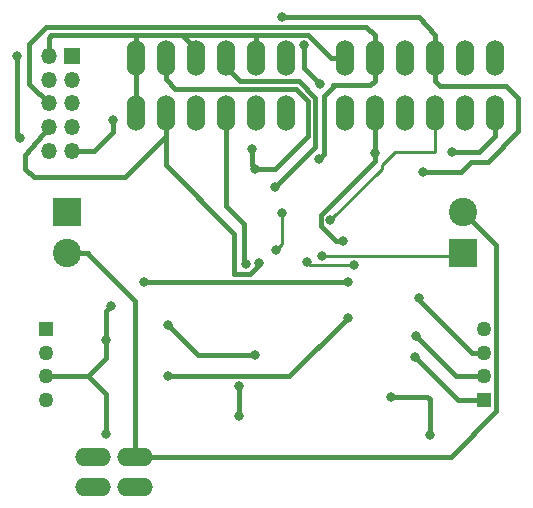
<source format=gbr>
G04 #@! TF.GenerationSoftware,KiCad,Pcbnew,(5.1.5-0-10_14)*
G04 #@! TF.CreationDate,2020-07-06T12:55:30+02:00*
G04 #@! TF.ProjectId,smartcitizen-adc-8ch,736d6172-7463-4697-9469-7a656e2d6164,rev?*
G04 #@! TF.SameCoordinates,Original*
G04 #@! TF.FileFunction,Copper,L2,Bot*
G04 #@! TF.FilePolarity,Positive*
%FSLAX46Y46*%
G04 Gerber Fmt 4.6, Leading zero omitted, Abs format (unit mm)*
G04 Created by KiCad (PCBNEW (5.1.5-0-10_14)) date 2020-07-06 12:55:30*
%MOMM*%
%LPD*%
G04 APERTURE LIST*
%ADD10O,1.524000X3.048000*%
%ADD11O,3.048000X1.524000*%
%ADD12C,1.270000*%
%ADD13R,1.270000X1.270000*%
%ADD14O,1.350000X1.350000*%
%ADD15R,1.350000X1.350000*%
%ADD16C,2.400000*%
%ADD17R,2.400000X2.400000*%
%ADD18C,0.800000*%
%ADD19C,0.250000*%
%ADD20C,0.400000*%
G04 APERTURE END LIST*
D10*
X152869900Y-85808820D03*
X150329900Y-85808820D03*
X147789900Y-85808820D03*
X145249900Y-85808820D03*
X142709900Y-85808820D03*
X140169900Y-85808820D03*
X170568620Y-85808820D03*
X168028620Y-85808820D03*
X165488620Y-85808820D03*
X162948620Y-85808820D03*
X160408620Y-85808820D03*
X157868620Y-85808820D03*
X152869900Y-81097120D03*
X150329900Y-81097120D03*
X147789900Y-81097120D03*
X145249900Y-81097120D03*
X142709900Y-81097120D03*
X140169900Y-81097120D03*
X170568620Y-81097120D03*
X168028620Y-81097120D03*
X165488620Y-81097120D03*
X162948620Y-81097120D03*
X160408620Y-81097120D03*
X157868620Y-81097120D03*
D11*
X136588500Y-114885099D03*
X136588500Y-117425099D03*
X140084200Y-114885099D03*
X140084200Y-117425099D03*
D12*
X132566000Y-110073440D03*
X132566000Y-108071920D03*
X132566000Y-106075480D03*
D13*
X132566000Y-104073960D03*
D14*
X132787640Y-88959960D03*
X134787640Y-88959960D03*
X132787640Y-86959960D03*
X134787640Y-86959960D03*
X132787640Y-84959960D03*
X134787640Y-84959960D03*
X132787640Y-82959960D03*
X134787640Y-82959960D03*
X132787640Y-80959960D03*
D15*
X134787640Y-80959960D03*
D16*
X167859300Y-94137600D03*
D17*
X167859300Y-97637600D03*
D16*
X134366000Y-97637600D03*
D17*
X134366000Y-94137600D03*
D12*
X169659300Y-104073960D03*
X169659300Y-106075480D03*
X169659300Y-108071920D03*
D13*
X169659300Y-110073440D03*
D18*
X155930600Y-97906840D03*
X165044120Y-113009680D03*
X161772600Y-109816900D03*
X148889720Y-108884720D03*
X148920200Y-111455200D03*
X130154680Y-80929480D03*
X130347720Y-87914480D03*
X166918640Y-89067640D03*
X164172900Y-101473000D03*
X138087100Y-102146100D03*
X137680700Y-105016300D03*
X137617200Y-112915700D03*
X158158765Y-100040440D03*
X140858240Y-100035360D03*
X163918900Y-104686100D03*
X158115000Y-103098600D03*
X142862300Y-108077000D03*
X163791900Y-106426000D03*
X142938500Y-103695500D03*
X150230840Y-106217720D03*
X149533183Y-98545223D03*
X150634935Y-98468242D03*
X152551429Y-77645360D03*
X164531040Y-90736121D03*
X155695168Y-89662952D03*
X156657040Y-94843600D03*
X154437080Y-80004920D03*
X155757880Y-83286600D03*
X157678120Y-96596200D03*
X160408620Y-89136120D03*
X151947880Y-92034360D03*
X138226800Y-86324440D03*
X150301274Y-90493927D03*
X150007320Y-88842900D03*
X158661100Y-98640900D03*
X154666950Y-98346640D03*
X152539700Y-94259400D03*
X152068975Y-97331975D03*
D19*
X167590060Y-97906840D02*
X167859300Y-97637600D01*
X155930600Y-97906840D02*
X167590060Y-97906840D01*
D20*
X150329900Y-79173120D02*
X150329900Y-81097120D01*
X150329910Y-79173110D02*
X150329900Y-79173120D01*
X154782610Y-79173110D02*
X150329910Y-79173110D01*
X156706620Y-81097120D02*
X154782610Y-79173110D01*
X157868620Y-81097120D02*
X156706620Y-81097120D01*
X140169900Y-81097120D02*
X140169900Y-85808820D01*
X140169900Y-79173120D02*
X140169900Y-81097120D01*
X140169910Y-79173110D02*
X140169900Y-79173120D01*
X145249900Y-80335120D02*
X144087890Y-79173110D01*
X144087890Y-79173110D02*
X140169910Y-79173110D01*
X145249900Y-81097120D02*
X145249900Y-80335120D01*
X150329910Y-79173110D02*
X144087890Y-79173110D01*
X132787640Y-80959960D02*
X132787640Y-79409040D01*
X133023570Y-79173110D02*
X140169910Y-79173110D01*
X132787640Y-79409040D02*
X133023570Y-79173110D01*
X165044120Y-113009680D02*
X165044120Y-110022640D01*
X164838380Y-109816900D02*
X161772600Y-109816900D01*
X165044120Y-110022640D02*
X164838380Y-109816900D01*
X148889720Y-111424720D02*
X148920200Y-111455200D01*
X148889720Y-108884720D02*
X148889720Y-111424720D01*
X130154680Y-87721440D02*
X130347720Y-87914480D01*
X130154680Y-80929480D02*
X130154680Y-87721440D01*
X169233800Y-89067640D02*
X170568620Y-87732820D01*
X170568620Y-87732820D02*
X170568620Y-85808820D01*
X166918640Y-89067640D02*
X169233800Y-89067640D01*
X169659300Y-106075480D02*
X168622980Y-106075480D01*
X164172900Y-101625400D02*
X164172900Y-101473000D01*
X168622980Y-106075480D02*
X164172900Y-101625400D01*
X138087100Y-102146100D02*
X137687101Y-102546099D01*
X136123680Y-108071920D02*
X132566000Y-108071920D01*
X137687101Y-106508499D02*
X136123680Y-108071920D01*
X137680700Y-105016300D02*
X137687101Y-106508499D01*
X137687101Y-102546099D02*
X137680700Y-105016300D01*
X137617200Y-109565440D02*
X136123680Y-108071920D01*
X137617200Y-112915700D02*
X137617200Y-109565440D01*
X140863320Y-100040440D02*
X140858240Y-100035360D01*
X158158765Y-100040440D02*
X140863320Y-100040440D01*
X167304720Y-108071920D02*
X169659300Y-108071920D01*
X163918900Y-104686100D02*
X167304720Y-108071920D01*
X153136600Y-108077000D02*
X142862300Y-108077000D01*
X158115000Y-103098600D02*
X153136600Y-108077000D01*
X169659300Y-110073440D02*
X167439340Y-110073440D01*
X167439340Y-110073440D02*
X163791900Y-106426000D01*
X142938500Y-103733600D02*
X142938500Y-103695500D01*
X145427700Y-106222800D02*
X142938500Y-103733600D01*
X150230840Y-106217720D02*
X145427700Y-106222800D01*
X140084200Y-113723099D02*
X140084200Y-114885099D01*
X140084200Y-101658744D02*
X140084200Y-113723099D01*
X136063056Y-97637600D02*
X140084200Y-101658744D01*
X136093200Y-97637600D02*
X136063056Y-97637600D01*
X134366000Y-97637600D02*
X136093200Y-97637600D01*
X169059299Y-95337599D02*
X167859300Y-94137600D01*
X170694301Y-96972601D02*
X169059299Y-95337599D01*
X166837643Y-114885099D02*
X170694301Y-111028441D01*
X170694301Y-111028441D02*
X170694301Y-96972601D01*
X140084200Y-114885099D02*
X166837643Y-114885099D01*
X149377400Y-98389440D02*
X149533183Y-98545223D01*
X149377400Y-95208040D02*
X149377400Y-98389440D01*
X147789900Y-93620540D02*
X149377400Y-95208040D01*
X147789900Y-85808820D02*
X147789900Y-93620540D01*
X150634935Y-98627473D02*
X150634935Y-98468242D01*
X149846808Y-99415600D02*
X150634935Y-98627473D01*
X142709900Y-90187780D02*
X148504960Y-95982840D01*
X148504960Y-99415600D02*
X149846808Y-99415600D01*
X148504960Y-95982840D02*
X148504960Y-99415600D01*
X142709900Y-85808820D02*
X142709900Y-90187780D01*
X130825240Y-89326720D02*
X132787640Y-86959960D01*
X142709900Y-87732820D02*
X139266880Y-91175840D01*
X142709900Y-85808820D02*
X142709900Y-87732820D01*
X130825240Y-89326720D02*
X130825240Y-90484960D01*
X131516120Y-91175840D02*
X139266880Y-91175840D01*
X130825240Y-90484960D02*
X131516120Y-91175840D01*
X165957300Y-83489800D02*
X165488620Y-83021120D01*
X169971720Y-89931240D02*
X172572680Y-87330280D01*
X171561760Y-83489800D02*
X165957300Y-83489800D01*
X172572680Y-84500720D02*
X171561760Y-83489800D01*
X165488620Y-83021120D02*
X165488620Y-81097120D01*
X172572680Y-87330280D02*
X172572680Y-84500720D01*
X164180520Y-77652880D02*
X152551429Y-77645360D01*
X165488620Y-79173120D02*
X164180520Y-77652880D01*
X165488620Y-81097120D02*
X165488620Y-79173120D01*
X169971720Y-89931240D02*
X168549320Y-89931240D01*
X167744439Y-90736121D02*
X164531040Y-90736121D01*
X168549320Y-89931240D02*
X167744439Y-90736121D01*
X155658656Y-89626440D02*
X155695168Y-89662952D01*
X156095167Y-89262953D02*
X155695168Y-89662952D01*
X156095167Y-84370647D02*
X156095167Y-89262953D01*
X160408620Y-83021120D02*
X160041540Y-83388200D01*
X160408620Y-81097120D02*
X160408620Y-83021120D01*
X156911040Y-83554774D02*
X156095167Y-84370647D01*
X156911040Y-83388200D02*
X156911040Y-83554774D01*
X160041540Y-83388200D02*
X156911040Y-83388200D01*
X160408620Y-79173120D02*
X159680860Y-78445360D01*
X160408620Y-81097120D02*
X160408620Y-79173120D01*
X159680860Y-78445360D02*
X132598160Y-78445360D01*
X132598160Y-78445360D02*
X131124960Y-79918560D01*
X131124960Y-83297280D02*
X132787640Y-84959960D01*
X131124960Y-79918560D02*
X131124960Y-83297280D01*
D19*
X165488620Y-85808820D02*
X165488620Y-88623140D01*
X165488620Y-89054940D02*
X165488620Y-85808820D01*
X156657040Y-94843600D02*
X161023300Y-90477340D01*
X161023300Y-90140938D02*
X162109298Y-89054940D01*
X162109298Y-89054940D02*
X165488620Y-89054940D01*
X161023300Y-90477340D02*
X161023300Y-90140938D01*
D20*
X154437080Y-81965800D02*
X155757880Y-83286600D01*
X154437080Y-80004920D02*
X154437080Y-81965800D01*
D19*
X157428078Y-96687640D02*
X157586680Y-96687640D01*
X157586680Y-96687640D02*
X157678120Y-96596200D01*
X160408620Y-85808820D02*
X160408620Y-86570820D01*
D20*
X155857039Y-94404081D02*
X155857039Y-95340804D01*
X155857039Y-95340804D02*
X157112435Y-96596200D01*
X160408620Y-89852500D02*
X155857039Y-94404081D01*
X157112435Y-96596200D02*
X157678120Y-96596200D01*
X160408620Y-85808820D02*
X160408620Y-89852500D01*
X155366604Y-88615636D02*
X151947880Y-92034360D01*
X149029420Y-83098640D02*
X153969720Y-83098640D01*
X147789900Y-81097120D02*
X147789900Y-81859120D01*
X155366604Y-84495524D02*
X155366604Y-88615636D01*
X147789900Y-81859120D02*
X149029420Y-83098640D01*
X153969720Y-83098640D02*
X155366604Y-84495524D01*
X138226800Y-87350600D02*
X136617440Y-88959960D01*
X136617440Y-88959960D02*
X134787640Y-88959960D01*
X138226800Y-86324440D02*
X138226800Y-87350600D01*
X150007320Y-90199973D02*
X150301274Y-90493927D01*
X150007320Y-88842900D02*
X150007320Y-90199973D01*
X142709900Y-82871120D02*
X142709900Y-81097120D01*
X143537430Y-83698650D02*
X142709900Y-82871120D01*
X150301274Y-90493927D02*
X151999873Y-90493927D01*
X153721188Y-83698650D02*
X143537430Y-83698650D01*
X151999873Y-90493927D02*
X154766594Y-87727206D01*
X154766594Y-84744056D02*
X153721188Y-83698650D01*
X154766594Y-87727206D02*
X154766594Y-84744056D01*
D19*
X154961210Y-98640900D02*
X154666950Y-98346640D01*
X158661100Y-98640900D02*
X154961210Y-98640900D01*
X152539700Y-94259400D02*
X152539700Y-96861250D01*
X152539700Y-96861250D02*
X152068975Y-97331975D01*
M02*

</source>
